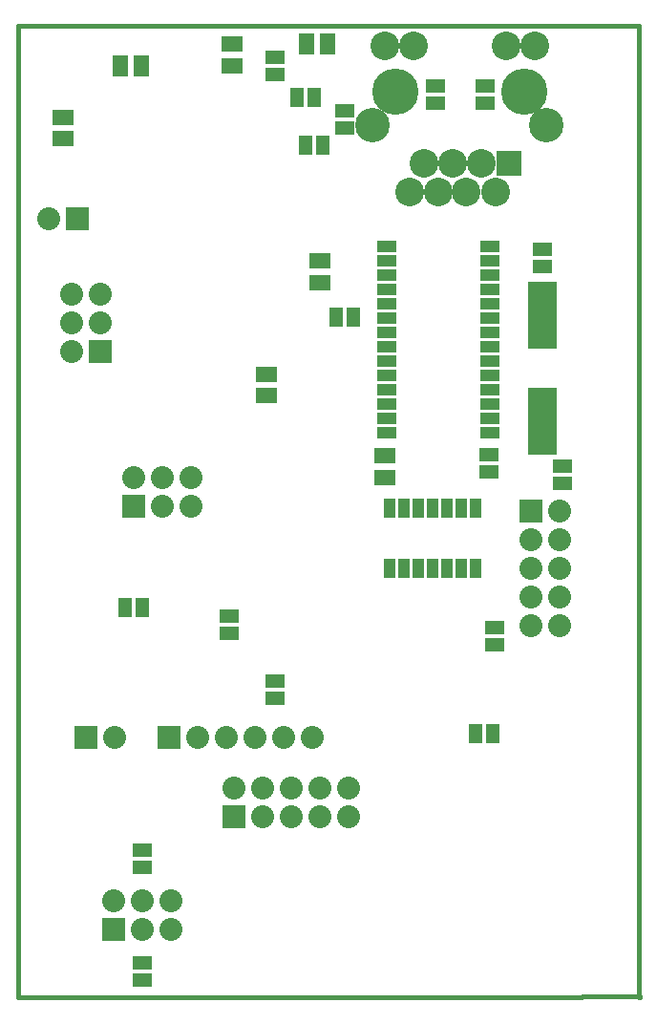
<source format=gbs>
G04 (created by PCBNEW (2011-nov-30)-testing) date ven. 21 sept. 2012 13:34:49 CEST*
%MOIN*%
G04 Gerber Fmt 3.4, Leading zero omitted, Abs format*
%FSLAX34Y34*%
G01*
G70*
G90*
G04 APERTURE LIST*
%ADD10C,0.006*%
%ADD11C,0.015*%
%ADD12R,0.055X0.075*%
%ADD13R,0.075X0.055*%
%ADD14R,0.065X0.045*%
%ADD15R,0.045X0.065*%
%ADD16R,0.08X0.08*%
%ADD17C,0.08*%
%ADD18R,0.07X0.04*%
%ADD19R,0.04X0.065*%
%ADD20R,0.0987X0.2365*%
%ADD21C,0.1617*%
%ADD22R,0.09X0.09*%
%ADD23C,0.1*%
%ADD24C,0.12*%
G04 APERTURE END LIST*
G54D10*
G54D11*
X41350Y-39350D02*
X19675Y-39350D01*
X41375Y-73225D02*
X41375Y-73250D01*
X39375Y-73225D02*
X41375Y-73225D01*
X19685Y-73228D02*
X19685Y-39370D01*
X39370Y-73228D02*
X19685Y-73228D01*
X41370Y-39370D02*
X41370Y-73228D01*
G54D12*
X23247Y-40748D03*
X23997Y-40748D03*
G54D13*
X21260Y-42538D03*
X21260Y-43288D03*
X32480Y-54349D03*
X32480Y-55099D03*
X28346Y-51495D03*
X28346Y-52245D03*
X27165Y-39979D03*
X27165Y-40729D03*
G54D12*
X29743Y-39961D03*
X30493Y-39961D03*
G54D13*
X30217Y-48308D03*
X30217Y-47558D03*
G54D14*
X24016Y-72643D03*
X24016Y-72043D03*
X36319Y-60330D03*
X36319Y-60930D03*
G54D15*
X30802Y-49508D03*
X31402Y-49508D03*
G54D14*
X24016Y-68106D03*
X24016Y-68706D03*
G54D15*
X29424Y-41831D03*
X30024Y-41831D03*
G54D14*
X28642Y-40448D03*
X28642Y-41048D03*
X31102Y-42918D03*
X31102Y-42318D03*
G54D15*
X36245Y-64055D03*
X35645Y-64055D03*
G54D14*
X38681Y-54720D03*
X38681Y-55320D03*
X36122Y-54926D03*
X36122Y-54326D03*
G54D15*
X29720Y-43504D03*
X30320Y-43504D03*
G54D14*
X28642Y-62200D03*
X28642Y-62800D03*
X27067Y-59936D03*
X27067Y-60536D03*
X37992Y-47741D03*
X37992Y-47141D03*
G54D15*
X23420Y-59646D03*
X24020Y-59646D03*
G54D16*
X23705Y-56110D03*
G54D17*
X23705Y-55110D03*
X24705Y-56110D03*
X24705Y-55110D03*
X25705Y-56110D03*
X25705Y-55110D03*
G54D16*
X24961Y-64173D03*
G54D17*
X25961Y-64173D03*
X26961Y-64173D03*
X27961Y-64173D03*
X28961Y-64173D03*
X29961Y-64173D03*
G54D18*
X32550Y-53545D03*
X32550Y-53045D03*
X32550Y-52545D03*
X32550Y-52045D03*
X32550Y-51545D03*
X32550Y-51045D03*
X32550Y-50545D03*
X32550Y-50045D03*
X32550Y-49545D03*
X32550Y-49045D03*
X32550Y-48545D03*
X32550Y-48045D03*
X32550Y-47545D03*
X32550Y-47045D03*
X36150Y-47045D03*
X36150Y-47545D03*
X36150Y-48045D03*
X36150Y-48545D03*
X36150Y-49045D03*
X36150Y-49545D03*
X36150Y-50045D03*
X36150Y-50545D03*
X36150Y-51045D03*
X36150Y-51545D03*
X36150Y-52045D03*
X36150Y-52545D03*
X36150Y-53045D03*
X36150Y-53545D03*
G54D19*
X32654Y-56183D03*
X33154Y-56183D03*
X33654Y-56183D03*
X34154Y-56183D03*
X34654Y-56183D03*
X35154Y-56183D03*
X35654Y-56183D03*
X35654Y-58283D03*
X35154Y-58283D03*
X34654Y-58283D03*
X34154Y-58283D03*
X33654Y-58283D03*
X33154Y-58283D03*
X32654Y-58283D03*
G54D20*
X37992Y-49430D03*
X37992Y-53130D03*
G54D16*
X22039Y-64173D03*
G54D17*
X23039Y-64173D03*
G54D14*
X36000Y-42050D03*
X36000Y-41450D03*
X34250Y-42050D03*
X34250Y-41450D03*
G54D21*
X32856Y-41648D03*
X37344Y-41629D03*
G54D22*
X36832Y-44129D03*
G54D23*
X36360Y-45133D03*
X35848Y-44129D03*
X35336Y-45133D03*
X34864Y-44129D03*
X34352Y-45133D03*
X33840Y-44129D03*
X33368Y-45133D03*
X37718Y-40054D03*
X36714Y-40054D03*
X33486Y-40054D03*
X32482Y-40054D03*
G54D24*
X38112Y-42810D03*
X32049Y-42810D03*
G54D16*
X23016Y-70874D03*
G54D17*
X23016Y-69874D03*
X24016Y-70874D03*
X24016Y-69874D03*
X25016Y-70874D03*
X25016Y-69874D03*
G54D16*
X22547Y-50705D03*
G54D17*
X21547Y-50705D03*
X22547Y-49705D03*
X21547Y-49705D03*
X22547Y-48705D03*
X21547Y-48705D03*
G54D16*
X27232Y-66937D03*
G54D17*
X27232Y-65937D03*
X28232Y-66937D03*
X28232Y-65937D03*
X29232Y-66937D03*
X29232Y-65937D03*
X30232Y-66937D03*
X30232Y-65937D03*
X31232Y-66937D03*
X31232Y-65937D03*
G54D16*
X37591Y-56268D03*
G54D17*
X38591Y-56268D03*
X37591Y-57268D03*
X38591Y-57268D03*
X37591Y-58268D03*
X38591Y-58268D03*
X37591Y-59268D03*
X38591Y-59268D03*
X37591Y-60268D03*
X38591Y-60268D03*
G54D16*
X21760Y-46063D03*
G54D17*
X20760Y-46063D03*
M02*

</source>
